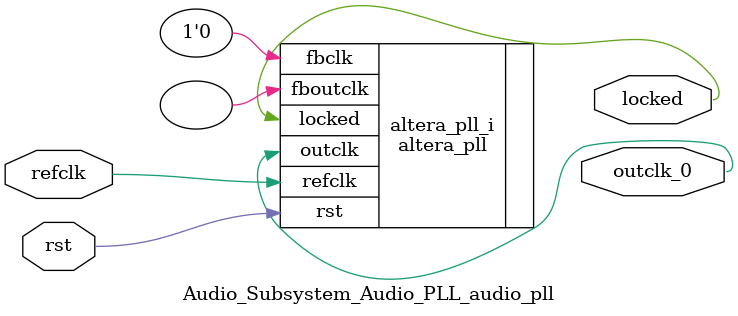
<source format=v>
`timescale 1ns/10ps
module  Audio_Subsystem_Audio_PLL_audio_pll(

	// interface 'refclk'
	input wire refclk,

	// interface 'reset'
	input wire rst,

	// interface 'outclk0'
	output wire outclk_0,

	// interface 'locked'
	output wire locked
);

	altera_pll #(
		.fractional_vco_multiplier("false"),
		.reference_clock_frequency("50.0 MHz"),
		.operation_mode("direct"),
		.number_of_clocks(1),
		.output_clock_frequency0("12.288135 MHz"),
		.phase_shift0("0 ps"),
		.duty_cycle0(50),
		.output_clock_frequency1("0 MHz"),
		.phase_shift1("0 ps"),
		.duty_cycle1(50),
		.output_clock_frequency2("0 MHz"),
		.phase_shift2("0 ps"),
		.duty_cycle2(50),
		.output_clock_frequency3("0 MHz"),
		.phase_shift3("0 ps"),
		.duty_cycle3(50),
		.output_clock_frequency4("0 MHz"),
		.phase_shift4("0 ps"),
		.duty_cycle4(50),
		.output_clock_frequency5("0 MHz"),
		.phase_shift5("0 ps"),
		.duty_cycle5(50),
		.output_clock_frequency6("0 MHz"),
		.phase_shift6("0 ps"),
		.duty_cycle6(50),
		.output_clock_frequency7("0 MHz"),
		.phase_shift7("0 ps"),
		.duty_cycle7(50),
		.output_clock_frequency8("0 MHz"),
		.phase_shift8("0 ps"),
		.duty_cycle8(50),
		.output_clock_frequency9("0 MHz"),
		.phase_shift9("0 ps"),
		.duty_cycle9(50),
		.output_clock_frequency10("0 MHz"),
		.phase_shift10("0 ps"),
		.duty_cycle10(50),
		.output_clock_frequency11("0 MHz"),
		.phase_shift11("0 ps"),
		.duty_cycle11(50),
		.output_clock_frequency12("0 MHz"),
		.phase_shift12("0 ps"),
		.duty_cycle12(50),
		.output_clock_frequency13("0 MHz"),
		.phase_shift13("0 ps"),
		.duty_cycle13(50),
		.output_clock_frequency14("0 MHz"),
		.phase_shift14("0 ps"),
		.duty_cycle14(50),
		.output_clock_frequency15("0 MHz"),
		.phase_shift15("0 ps"),
		.duty_cycle15(50),
		.output_clock_frequency16("0 MHz"),
		.phase_shift16("0 ps"),
		.duty_cycle16(50),
		.output_clock_frequency17("0 MHz"),
		.phase_shift17("0 ps"),
		.duty_cycle17(50),
		.pll_type("General"),
		.pll_subtype("General")
	) altera_pll_i (
		.rst	(rst),
		.outclk	({outclk_0}),
		.locked	(locked),
		.fboutclk	( ),
		.fbclk	(1'b0),
		.refclk	(refclk)
	);
endmodule


</source>
